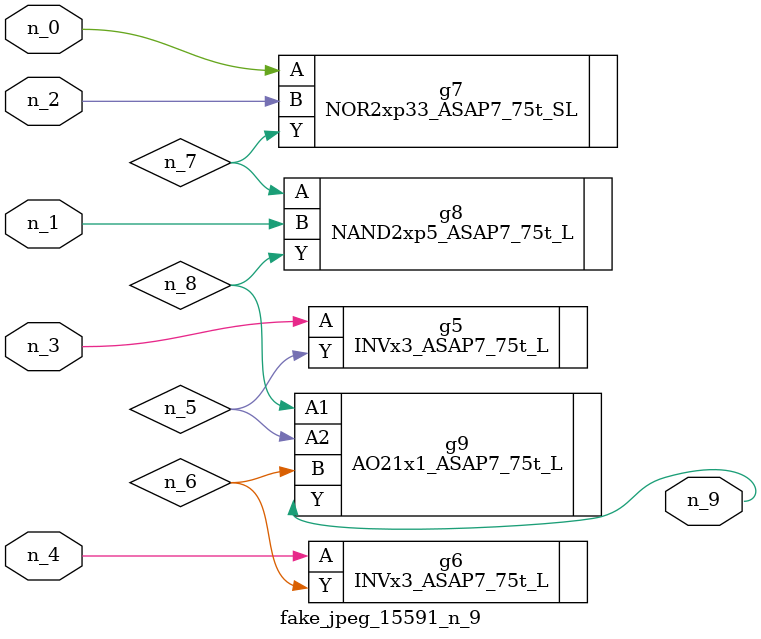
<source format=v>
module fake_jpeg_15591_n_9 (n_3, n_2, n_1, n_0, n_4, n_9);

input n_3;
input n_2;
input n_1;
input n_0;
input n_4;

output n_9;

wire n_8;
wire n_6;
wire n_5;
wire n_7;

INVx3_ASAP7_75t_L g5 ( 
.A(n_3),
.Y(n_5)
);

INVx3_ASAP7_75t_L g6 ( 
.A(n_4),
.Y(n_6)
);

NOR2xp33_ASAP7_75t_SL g7 ( 
.A(n_0),
.B(n_2),
.Y(n_7)
);

NAND2xp5_ASAP7_75t_L g8 ( 
.A(n_7),
.B(n_1),
.Y(n_8)
);

AO21x1_ASAP7_75t_L g9 ( 
.A1(n_8),
.A2(n_5),
.B(n_6),
.Y(n_9)
);


endmodule
</source>
